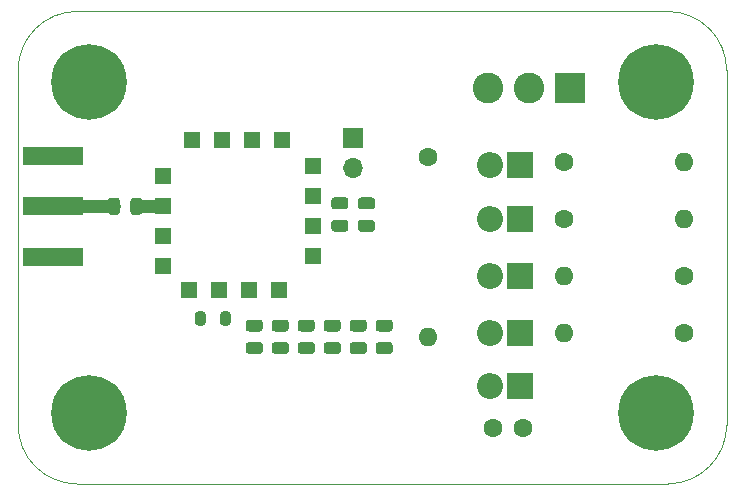
<source format=gbr>
%TF.GenerationSoftware,KiCad,Pcbnew,(5.1.8)-1*%
%TF.CreationDate,2021-02-09T11:56:48+01:00*%
%TF.ProjectId,500-1000-cvco,3530302d-3130-4303-902d-6376636f2e6b,rev?*%
%TF.SameCoordinates,Original*%
%TF.FileFunction,Soldermask,Top*%
%TF.FilePolarity,Negative*%
%FSLAX46Y46*%
G04 Gerber Fmt 4.6, Leading zero omitted, Abs format (unit mm)*
G04 Created by KiCad (PCBNEW (5.1.8)-1) date 2021-02-09 11:56:48*
%MOMM*%
%LPD*%
G01*
G04 APERTURE LIST*
%ADD10C,1.084566*%
%TA.AperFunction,Profile*%
%ADD11C,0.050000*%
%TD*%
%ADD12R,5.080000X1.500000*%
%ADD13C,0.800000*%
%ADD14C,6.400000*%
%ADD15R,2.200000X2.200000*%
%ADD16O,2.200000X2.200000*%
%ADD17O,1.600000X1.600000*%
%ADD18C,1.600000*%
%ADD19R,1.320000X1.320000*%
%ADD20R,2.600000X2.600000*%
%ADD21C,2.600000*%
%ADD22R,1.700000X1.700000*%
%ADD23O,1.700000X1.700000*%
G04 APERTURE END LIST*
D10*
X110017500Y-66500000D02*
X112300000Y-66500000D01*
X108117500Y-66500000D02*
X103000000Y-66500000D01*
D11*
X105000000Y-90000000D02*
G75*
G02*
X100000000Y-85000000I0J5000000D01*
G01*
X160000000Y-85000000D02*
G75*
G02*
X155000000Y-90000000I-5000000J0D01*
G01*
X155000000Y-50000000D02*
G75*
G02*
X160000000Y-55000000I0J-5000000D01*
G01*
X100000000Y-55000000D02*
G75*
G02*
X105000000Y-50000000I5000000J0D01*
G01*
X100000000Y-85000000D02*
X100000000Y-55000000D01*
X155000000Y-90000000D02*
X105000000Y-90000000D01*
X160000000Y-55000000D02*
X160000000Y-85000000D01*
X105000000Y-50000000D02*
X155000000Y-50000000D01*
D12*
%TO.C,J2*%
X103000000Y-66500000D03*
X103000000Y-70750000D03*
X103000000Y-62250000D03*
%TD*%
D13*
%TO.C,H1*%
X107697056Y-54302944D03*
X106000000Y-53600000D03*
X104302944Y-54302944D03*
X103600000Y-56000000D03*
X104302944Y-57697056D03*
X106000000Y-58400000D03*
X107697056Y-57697056D03*
X108400000Y-56000000D03*
D14*
X106000000Y-56000000D03*
%TD*%
%TO.C,H2*%
X154010000Y-56000000D03*
D13*
X156410000Y-56000000D03*
X155707056Y-57697056D03*
X154010000Y-58400000D03*
X152312944Y-57697056D03*
X151610000Y-56000000D03*
X152312944Y-54302944D03*
X154010000Y-53600000D03*
X155707056Y-54302944D03*
%TD*%
%TO.C,H3*%
X107697056Y-82302944D03*
X106000000Y-81600000D03*
X104302944Y-82302944D03*
X103600000Y-84000000D03*
X104302944Y-85697056D03*
X106000000Y-86400000D03*
X107697056Y-85697056D03*
X108400000Y-84000000D03*
D14*
X106000000Y-84000000D03*
%TD*%
%TO.C,H4*%
X154010000Y-84000000D03*
D13*
X156410000Y-84000000D03*
X155707056Y-85697056D03*
X154010000Y-86400000D03*
X152312944Y-85697056D03*
X151610000Y-84000000D03*
X152312944Y-82302944D03*
X154010000Y-81600000D03*
X155707056Y-82302944D03*
%TD*%
%TO.C,C2*%
G36*
G01*
X130525000Y-76100000D02*
X131475000Y-76100000D01*
G75*
G02*
X131725000Y-76350000I0J-250000D01*
G01*
X131725000Y-76850000D01*
G75*
G02*
X131475000Y-77100000I-250000J0D01*
G01*
X130525000Y-77100000D01*
G75*
G02*
X130275000Y-76850000I0J250000D01*
G01*
X130275000Y-76350000D01*
G75*
G02*
X130525000Y-76100000I250000J0D01*
G01*
G37*
G36*
G01*
X130525000Y-78000000D02*
X131475000Y-78000000D01*
G75*
G02*
X131725000Y-78250000I0J-250000D01*
G01*
X131725000Y-78750000D01*
G75*
G02*
X131475000Y-79000000I-250000J0D01*
G01*
X130525000Y-79000000D01*
G75*
G02*
X130275000Y-78750000I0J250000D01*
G01*
X130275000Y-78250000D01*
G75*
G02*
X130525000Y-78000000I250000J0D01*
G01*
G37*
%TD*%
%TO.C,C3*%
G36*
G01*
X128325000Y-76100000D02*
X129275000Y-76100000D01*
G75*
G02*
X129525000Y-76350000I0J-250000D01*
G01*
X129525000Y-76850000D01*
G75*
G02*
X129275000Y-77100000I-250000J0D01*
G01*
X128325000Y-77100000D01*
G75*
G02*
X128075000Y-76850000I0J250000D01*
G01*
X128075000Y-76350000D01*
G75*
G02*
X128325000Y-76100000I250000J0D01*
G01*
G37*
G36*
G01*
X128325000Y-78000000D02*
X129275000Y-78000000D01*
G75*
G02*
X129525000Y-78250000I0J-250000D01*
G01*
X129525000Y-78750000D01*
G75*
G02*
X129275000Y-79000000I-250000J0D01*
G01*
X128325000Y-79000000D01*
G75*
G02*
X128075000Y-78750000I0J250000D01*
G01*
X128075000Y-78250000D01*
G75*
G02*
X128325000Y-78000000I250000J0D01*
G01*
G37*
%TD*%
%TO.C,C4*%
G36*
G01*
X126125000Y-78000000D02*
X127075000Y-78000000D01*
G75*
G02*
X127325000Y-78250000I0J-250000D01*
G01*
X127325000Y-78750000D01*
G75*
G02*
X127075000Y-79000000I-250000J0D01*
G01*
X126125000Y-79000000D01*
G75*
G02*
X125875000Y-78750000I0J250000D01*
G01*
X125875000Y-78250000D01*
G75*
G02*
X126125000Y-78000000I250000J0D01*
G01*
G37*
G36*
G01*
X126125000Y-76100000D02*
X127075000Y-76100000D01*
G75*
G02*
X127325000Y-76350000I0J-250000D01*
G01*
X127325000Y-76850000D01*
G75*
G02*
X127075000Y-77100000I-250000J0D01*
G01*
X126125000Y-77100000D01*
G75*
G02*
X125875000Y-76850000I0J250000D01*
G01*
X125875000Y-76350000D01*
G75*
G02*
X126125000Y-76100000I250000J0D01*
G01*
G37*
%TD*%
%TO.C,C5*%
G36*
G01*
X123925000Y-76100000D02*
X124875000Y-76100000D01*
G75*
G02*
X125125000Y-76350000I0J-250000D01*
G01*
X125125000Y-76850000D01*
G75*
G02*
X124875000Y-77100000I-250000J0D01*
G01*
X123925000Y-77100000D01*
G75*
G02*
X123675000Y-76850000I0J250000D01*
G01*
X123675000Y-76350000D01*
G75*
G02*
X123925000Y-76100000I250000J0D01*
G01*
G37*
G36*
G01*
X123925000Y-78000000D02*
X124875000Y-78000000D01*
G75*
G02*
X125125000Y-78250000I0J-250000D01*
G01*
X125125000Y-78750000D01*
G75*
G02*
X124875000Y-79000000I-250000J0D01*
G01*
X123925000Y-79000000D01*
G75*
G02*
X123675000Y-78750000I0J250000D01*
G01*
X123675000Y-78250000D01*
G75*
G02*
X123925000Y-78000000I250000J0D01*
G01*
G37*
%TD*%
%TO.C,C6*%
G36*
G01*
X121725000Y-78000000D02*
X122675000Y-78000000D01*
G75*
G02*
X122925000Y-78250000I0J-250000D01*
G01*
X122925000Y-78750000D01*
G75*
G02*
X122675000Y-79000000I-250000J0D01*
G01*
X121725000Y-79000000D01*
G75*
G02*
X121475000Y-78750000I0J250000D01*
G01*
X121475000Y-78250000D01*
G75*
G02*
X121725000Y-78000000I250000J0D01*
G01*
G37*
G36*
G01*
X121725000Y-76100000D02*
X122675000Y-76100000D01*
G75*
G02*
X122925000Y-76350000I0J-250000D01*
G01*
X122925000Y-76850000D01*
G75*
G02*
X122675000Y-77100000I-250000J0D01*
G01*
X121725000Y-77100000D01*
G75*
G02*
X121475000Y-76850000I0J250000D01*
G01*
X121475000Y-76350000D01*
G75*
G02*
X121725000Y-76100000I250000J0D01*
G01*
G37*
%TD*%
%TO.C,C7*%
G36*
G01*
X119525000Y-76100000D02*
X120475000Y-76100000D01*
G75*
G02*
X120725000Y-76350000I0J-250000D01*
G01*
X120725000Y-76850000D01*
G75*
G02*
X120475000Y-77100000I-250000J0D01*
G01*
X119525000Y-77100000D01*
G75*
G02*
X119275000Y-76850000I0J250000D01*
G01*
X119275000Y-76350000D01*
G75*
G02*
X119525000Y-76100000I250000J0D01*
G01*
G37*
G36*
G01*
X119525000Y-78000000D02*
X120475000Y-78000000D01*
G75*
G02*
X120725000Y-78250000I0J-250000D01*
G01*
X120725000Y-78750000D01*
G75*
G02*
X120475000Y-79000000I-250000J0D01*
G01*
X119525000Y-79000000D01*
G75*
G02*
X119275000Y-78750000I0J250000D01*
G01*
X119275000Y-78250000D01*
G75*
G02*
X119525000Y-78000000I250000J0D01*
G01*
G37*
%TD*%
%TO.C,C8*%
G36*
G01*
X109517500Y-66975000D02*
X109517500Y-66025000D01*
G75*
G02*
X109767500Y-65775000I250000J0D01*
G01*
X110267500Y-65775000D01*
G75*
G02*
X110517500Y-66025000I0J-250000D01*
G01*
X110517500Y-66975000D01*
G75*
G02*
X110267500Y-67225000I-250000J0D01*
G01*
X109767500Y-67225000D01*
G75*
G02*
X109517500Y-66975000I0J250000D01*
G01*
G37*
G36*
G01*
X107617500Y-66975000D02*
X107617500Y-66025000D01*
G75*
G02*
X107867500Y-65775000I250000J0D01*
G01*
X108367500Y-65775000D01*
G75*
G02*
X108617500Y-66025000I0J-250000D01*
G01*
X108617500Y-66975000D01*
G75*
G02*
X108367500Y-67225000I-250000J0D01*
G01*
X107867500Y-67225000D01*
G75*
G02*
X107617500Y-66975000I0J250000D01*
G01*
G37*
%TD*%
%TO.C,C9*%
G36*
G01*
X129975000Y-66751000D02*
X129025000Y-66751000D01*
G75*
G02*
X128775000Y-66501000I0J250000D01*
G01*
X128775000Y-66001000D01*
G75*
G02*
X129025000Y-65751000I250000J0D01*
G01*
X129975000Y-65751000D01*
G75*
G02*
X130225000Y-66001000I0J-250000D01*
G01*
X130225000Y-66501000D01*
G75*
G02*
X129975000Y-66751000I-250000J0D01*
G01*
G37*
G36*
G01*
X129975000Y-68651000D02*
X129025000Y-68651000D01*
G75*
G02*
X128775000Y-68401000I0J250000D01*
G01*
X128775000Y-67901000D01*
G75*
G02*
X129025000Y-67651000I250000J0D01*
G01*
X129975000Y-67651000D01*
G75*
G02*
X130225000Y-67901000I0J-250000D01*
G01*
X130225000Y-68401000D01*
G75*
G02*
X129975000Y-68651000I-250000J0D01*
G01*
G37*
%TD*%
%TO.C,C10*%
G36*
G01*
X127725000Y-68651000D02*
X126775000Y-68651000D01*
G75*
G02*
X126525000Y-68401000I0J250000D01*
G01*
X126525000Y-67901000D01*
G75*
G02*
X126775000Y-67651000I250000J0D01*
G01*
X127725000Y-67651000D01*
G75*
G02*
X127975000Y-67901000I0J-250000D01*
G01*
X127975000Y-68401000D01*
G75*
G02*
X127725000Y-68651000I-250000J0D01*
G01*
G37*
G36*
G01*
X127725000Y-66751000D02*
X126775000Y-66751000D01*
G75*
G02*
X126525000Y-66501000I0J250000D01*
G01*
X126525000Y-66001000D01*
G75*
G02*
X126775000Y-65751000I250000J0D01*
G01*
X127725000Y-65751000D01*
G75*
G02*
X127975000Y-66001000I0J-250000D01*
G01*
X127975000Y-66501000D01*
G75*
G02*
X127725000Y-66751000I-250000J0D01*
G01*
G37*
%TD*%
D15*
%TO.C,D1*%
X142540000Y-81733532D03*
D16*
X140000000Y-81733532D03*
%TD*%
%TO.C,D2*%
X140000000Y-72410000D03*
D15*
X142540000Y-72410000D03*
%TD*%
%TO.C,D3*%
X142540000Y-67590000D03*
D16*
X140000000Y-67590000D03*
%TD*%
%TO.C,D4*%
X140000000Y-63016468D03*
D15*
X142540000Y-63016468D03*
%TD*%
%TO.C,D5*%
X142540000Y-77230000D03*
D16*
X140000000Y-77230000D03*
%TD*%
%TO.C,L1*%
G36*
G01*
X118000000Y-75618750D02*
X118000000Y-76381250D01*
G75*
G02*
X117781250Y-76600000I-218750J0D01*
G01*
X117343750Y-76600000D01*
G75*
G02*
X117125000Y-76381250I0J218750D01*
G01*
X117125000Y-75618750D01*
G75*
G02*
X117343750Y-75400000I218750J0D01*
G01*
X117781250Y-75400000D01*
G75*
G02*
X118000000Y-75618750I0J-218750D01*
G01*
G37*
G36*
G01*
X115875000Y-75618750D02*
X115875000Y-76381250D01*
G75*
G02*
X115656250Y-76600000I-218750J0D01*
G01*
X115218750Y-76600000D01*
G75*
G02*
X115000000Y-76381250I0J218750D01*
G01*
X115000000Y-75618750D01*
G75*
G02*
X115218750Y-75400000I218750J0D01*
G01*
X115656250Y-75400000D01*
G75*
G02*
X115875000Y-75618750I0J-218750D01*
G01*
G37*
%TD*%
D17*
%TO.C,R2*%
X146250000Y-77230000D03*
D18*
X156410000Y-77230000D03*
%TD*%
%TO.C,R3*%
X156410000Y-72410000D03*
D17*
X146250000Y-72410000D03*
%TD*%
%TO.C,R4*%
X156410000Y-62770000D03*
D18*
X146250000Y-62770000D03*
%TD*%
%TO.C,R5*%
X146250000Y-67590000D03*
D17*
X156410000Y-67590000D03*
%TD*%
D19*
%TO.C,Y1*%
X112300000Y-63960000D03*
X112300000Y-66500000D03*
X112300000Y-69040000D03*
X112300000Y-71580000D03*
X125000000Y-70691000D03*
X125000000Y-68151000D03*
X125000000Y-65611000D03*
X125000000Y-63071000D03*
X114459000Y-73612000D03*
X116999000Y-73612000D03*
X119539000Y-73612000D03*
X122079000Y-73612000D03*
X114713000Y-60912000D03*
X117253000Y-60912000D03*
X119793000Y-60912000D03*
X122333000Y-60912000D03*
%TD*%
D20*
%TO.C,J1*%
X146750000Y-56500000D03*
D21*
X143250000Y-56500000D03*
X139750000Y-56500000D03*
%TD*%
D18*
%TO.C,C1*%
X140218234Y-85250000D03*
X142718234Y-85250000D03*
%TD*%
D22*
%TO.C,JP1*%
X128375000Y-60710000D03*
D23*
X128375000Y-63250000D03*
%TD*%
D18*
%TO.C,R1*%
X134750000Y-62320000D03*
D17*
X134750000Y-77560000D03*
%TD*%
M02*

</source>
